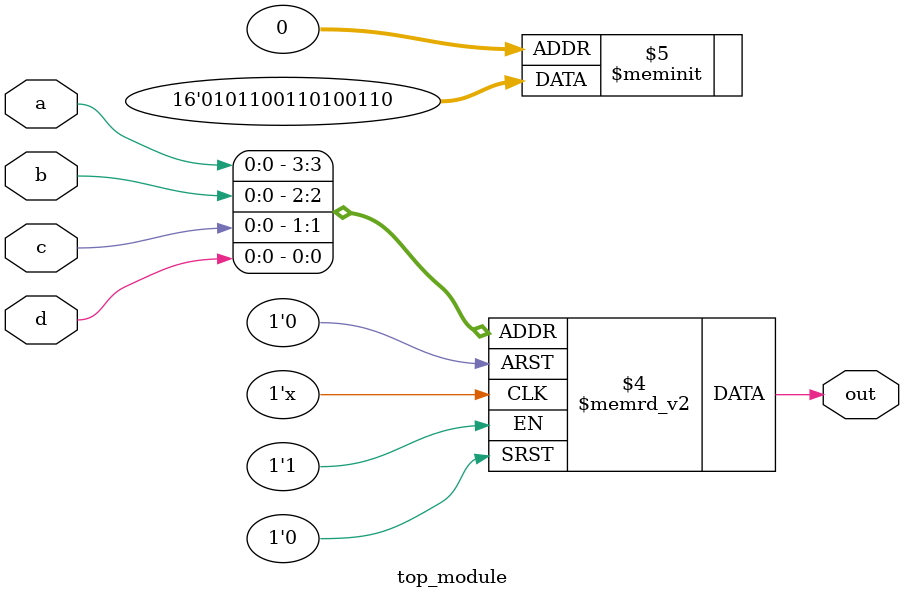
<source format=sv>
module top_module (
    input a, 
    input b,
    input c,
    input d,
    output reg out
);

    always @(*) begin
        case ({a,b,c,d})
            4'b0000: out = 1'b0;
            4'b0001: out = 1'b1;
            4'b0010: out = 1'b1;
            4'b0011: out = 1'b0;
            4'b0100: out = 1'b0;
            4'b0101: out = 1'b1;
            4'b0110: out = 1'b0;
            4'b0111: out = 1'b1;
            4'b1000: out = 1'b1;
            4'b1001: out = 1'b0;
            4'b1010: out = 1'b0;
            4'b1011: out = 1'b1;
            4'b1100: out = 1'b1;
            4'b1101: out = 1'b0;
            4'b1110: out = 1'b1;
            4'b1111: out = 1'b0;
            default: out = 1'b0;
        endcase
    end

endmodule

</source>
